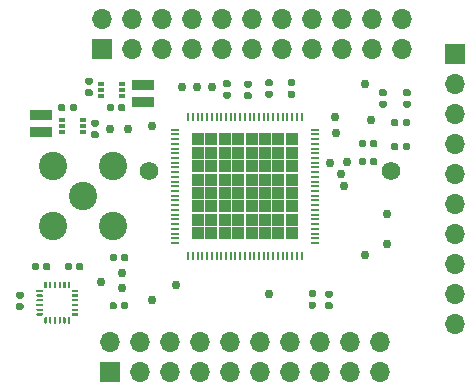
<source format=gts>
G04 #@! TF.GenerationSoftware,KiCad,Pcbnew,(5.1.6)-1*
G04 #@! TF.CreationDate,2021-11-23T16:38:20-08:00*
G04 #@! TF.ProjectId,scum3c-devboard,7363756d-3363-42d6-9465-76626f617264,rev?*
G04 #@! TF.SameCoordinates,Original*
G04 #@! TF.FileFunction,Soldermask,Top*
G04 #@! TF.FilePolarity,Negative*
%FSLAX46Y46*%
G04 Gerber Fmt 4.6, Leading zero omitted, Abs format (unit mm)*
G04 Created by KiCad (PCBNEW (5.1.6)-1) date 2021-11-23 16:38:20*
%MOMM*%
%LPD*%
G01*
G04 APERTURE LIST*
%ADD10O,1.700000X1.700000*%
%ADD11R,1.700000X1.700000*%
%ADD12R,1.900000X0.850000*%
%ADD13C,2.400000*%
%ADD14C,1.574800*%
%ADD15R,0.500000X0.300000*%
%ADD16C,0.762000*%
%ADD17C,0.568750*%
%ADD18R,1.137500X1.137500*%
%ADD19O,0.200000X0.800000*%
%ADD20O,0.800000X0.200000*%
G04 APERTURE END LIST*
D10*
G04 #@! TO.C,J3*
X114300000Y-80264000D03*
X114300000Y-77724000D03*
X114300000Y-75184000D03*
X114300000Y-72644000D03*
X114300000Y-70104000D03*
X114300000Y-67564000D03*
X114300000Y-65024000D03*
X114300000Y-62484000D03*
X114300000Y-59944000D03*
D11*
X114300000Y-57404000D03*
G04 #@! TD*
G04 #@! TO.C,C_1.8_OUT1*
G36*
G01*
X81321000Y-61803500D02*
X81321000Y-62148500D01*
G75*
G02*
X81173500Y-62296000I-147500J0D01*
G01*
X80878500Y-62296000D01*
G75*
G02*
X80731000Y-62148500I0J147500D01*
G01*
X80731000Y-61803500D01*
G75*
G02*
X80878500Y-61656000I147500J0D01*
G01*
X81173500Y-61656000D01*
G75*
G02*
X81321000Y-61803500I0J-147500D01*
G01*
G37*
G36*
G01*
X82291000Y-61803500D02*
X82291000Y-62148500D01*
G75*
G02*
X82143500Y-62296000I-147500J0D01*
G01*
X81848500Y-62296000D01*
G75*
G02*
X81701000Y-62148500I0J147500D01*
G01*
X81701000Y-61803500D01*
G75*
G02*
X81848500Y-61656000I147500J0D01*
G01*
X82143500Y-61656000D01*
G75*
G02*
X82291000Y-61803500I0J-147500D01*
G01*
G37*
G04 #@! TD*
D12*
G04 #@! TO.C,L2*
X87884000Y-60018000D03*
X87884000Y-61468000D03*
G04 #@! TD*
G04 #@! TO.C,L1*
X79248000Y-64008000D03*
X79248000Y-62558000D03*
G04 #@! TD*
G04 #@! TO.C,C_1.1_OUT1*
G36*
G01*
X85811000Y-62148500D02*
X85811000Y-61803500D01*
G75*
G02*
X85958500Y-61656000I147500J0D01*
G01*
X86253500Y-61656000D01*
G75*
G02*
X86401000Y-61803500I0J-147500D01*
G01*
X86401000Y-62148500D01*
G75*
G02*
X86253500Y-62296000I-147500J0D01*
G01*
X85958500Y-62296000D01*
G75*
G02*
X85811000Y-62148500I0J147500D01*
G01*
G37*
G36*
G01*
X84841000Y-62148500D02*
X84841000Y-61803500D01*
G75*
G02*
X84988500Y-61656000I147500J0D01*
G01*
X85283500Y-61656000D01*
G75*
G02*
X85431000Y-61803500I0J-147500D01*
G01*
X85431000Y-62148500D01*
G75*
G02*
X85283500Y-62296000I-147500J0D01*
G01*
X84988500Y-62296000D01*
G75*
G02*
X84841000Y-62148500I0J147500D01*
G01*
G37*
G04 #@! TD*
D13*
G04 #@! TO.C,J4*
X82804000Y-69469000D03*
X80264000Y-66929000D03*
X85344000Y-66929000D03*
X80264000Y-72009000D03*
X85344000Y-72009000D03*
G04 #@! TD*
D14*
G04 #@! TO.C,B1*
X108889800Y-67310000D03*
X88392000Y-67310000D03*
G04 #@! TD*
D11*
G04 #@! TO.C,J1*
X84455000Y-57023000D03*
D10*
X84455000Y-54483000D03*
X86995000Y-57023000D03*
X86995000Y-54483000D03*
X89535000Y-57023000D03*
X89535000Y-54483000D03*
X92075000Y-57023000D03*
X92075000Y-54483000D03*
X94615000Y-57023000D03*
X94615000Y-54483000D03*
X97155000Y-57023000D03*
X97155000Y-54483000D03*
X99695000Y-57023000D03*
X99695000Y-54483000D03*
X102235000Y-57023000D03*
X102235000Y-54483000D03*
X104775000Y-57023000D03*
X104775000Y-54483000D03*
X107315000Y-57023000D03*
X107315000Y-54483000D03*
X109855000Y-57023000D03*
X109855000Y-54483000D03*
G04 #@! TD*
G04 #@! TO.C,R4*
G36*
G01*
X96601500Y-60665000D02*
X96946500Y-60665000D01*
G75*
G02*
X97094000Y-60812500I0J-147500D01*
G01*
X97094000Y-61107500D01*
G75*
G02*
X96946500Y-61255000I-147500J0D01*
G01*
X96601500Y-61255000D01*
G75*
G02*
X96454000Y-61107500I0J147500D01*
G01*
X96454000Y-60812500D01*
G75*
G02*
X96601500Y-60665000I147500J0D01*
G01*
G37*
G36*
G01*
X96601500Y-59695000D02*
X96946500Y-59695000D01*
G75*
G02*
X97094000Y-59842500I0J-147500D01*
G01*
X97094000Y-60137500D01*
G75*
G02*
X96946500Y-60285000I-147500J0D01*
G01*
X96601500Y-60285000D01*
G75*
G02*
X96454000Y-60137500I0J147500D01*
G01*
X96454000Y-59842500D01*
G75*
G02*
X96601500Y-59695000I147500J0D01*
G01*
G37*
G04 #@! TD*
D15*
G04 #@! TO.C,U3*
X84306000Y-60960000D03*
X84306000Y-60460000D03*
X84306000Y-59960000D03*
X86106000Y-59960000D03*
X86106000Y-60460000D03*
X86106000Y-60960000D03*
G04 #@! TD*
G04 #@! TO.C,U2*
X82804000Y-63008000D03*
X82804000Y-63508000D03*
X82804000Y-64008000D03*
X81004000Y-64008000D03*
X81004000Y-63508000D03*
X81004000Y-63008000D03*
G04 #@! TD*
G04 #@! TO.C,R3*
G36*
G01*
X109895000Y-65450500D02*
X109895000Y-65105500D01*
G75*
G02*
X110042500Y-64958000I147500J0D01*
G01*
X110337500Y-64958000D01*
G75*
G02*
X110485000Y-65105500I0J-147500D01*
G01*
X110485000Y-65450500D01*
G75*
G02*
X110337500Y-65598000I-147500J0D01*
G01*
X110042500Y-65598000D01*
G75*
G02*
X109895000Y-65450500I0J147500D01*
G01*
G37*
G36*
G01*
X108925000Y-65450500D02*
X108925000Y-65105500D01*
G75*
G02*
X109072500Y-64958000I147500J0D01*
G01*
X109367500Y-64958000D01*
G75*
G02*
X109515000Y-65105500I0J-147500D01*
G01*
X109515000Y-65450500D01*
G75*
G02*
X109367500Y-65598000I-147500J0D01*
G01*
X109072500Y-65598000D01*
G75*
G02*
X108925000Y-65450500I0J147500D01*
G01*
G37*
G04 #@! TD*
G04 #@! TO.C,R2*
G36*
G01*
X109515000Y-63073500D02*
X109515000Y-63418500D01*
G75*
G02*
X109367500Y-63566000I-147500J0D01*
G01*
X109072500Y-63566000D01*
G75*
G02*
X108925000Y-63418500I0J147500D01*
G01*
X108925000Y-63073500D01*
G75*
G02*
X109072500Y-62926000I147500J0D01*
G01*
X109367500Y-62926000D01*
G75*
G02*
X109515000Y-63073500I0J-147500D01*
G01*
G37*
G36*
G01*
X110485000Y-63073500D02*
X110485000Y-63418500D01*
G75*
G02*
X110337500Y-63566000I-147500J0D01*
G01*
X110042500Y-63566000D01*
G75*
G02*
X109895000Y-63418500I0J147500D01*
G01*
X109895000Y-63073500D01*
G75*
G02*
X110042500Y-62926000I147500J0D01*
G01*
X110337500Y-62926000D01*
G75*
G02*
X110485000Y-63073500I0J-147500D01*
G01*
G37*
G04 #@! TD*
G04 #@! TO.C,C_1.1_IN1*
G36*
G01*
X83484500Y-60031000D02*
X83139500Y-60031000D01*
G75*
G02*
X82992000Y-59883500I0J147500D01*
G01*
X82992000Y-59588500D01*
G75*
G02*
X83139500Y-59441000I147500J0D01*
G01*
X83484500Y-59441000D01*
G75*
G02*
X83632000Y-59588500I0J-147500D01*
G01*
X83632000Y-59883500D01*
G75*
G02*
X83484500Y-60031000I-147500J0D01*
G01*
G37*
G36*
G01*
X83484500Y-61001000D02*
X83139500Y-61001000D01*
G75*
G02*
X82992000Y-60853500I0J147500D01*
G01*
X82992000Y-60558500D01*
G75*
G02*
X83139500Y-60411000I147500J0D01*
G01*
X83484500Y-60411000D01*
G75*
G02*
X83632000Y-60558500I0J-147500D01*
G01*
X83632000Y-60853500D01*
G75*
G02*
X83484500Y-61001000I-147500J0D01*
G01*
G37*
G04 #@! TD*
G04 #@! TO.C,C_1.8_IN1*
G36*
G01*
X83647500Y-63967000D02*
X83992500Y-63967000D01*
G75*
G02*
X84140000Y-64114500I0J-147500D01*
G01*
X84140000Y-64409500D01*
G75*
G02*
X83992500Y-64557000I-147500J0D01*
G01*
X83647500Y-64557000D01*
G75*
G02*
X83500000Y-64409500I0J147500D01*
G01*
X83500000Y-64114500D01*
G75*
G02*
X83647500Y-63967000I147500J0D01*
G01*
G37*
G36*
G01*
X83647500Y-62997000D02*
X83992500Y-62997000D01*
G75*
G02*
X84140000Y-63144500I0J-147500D01*
G01*
X84140000Y-63439500D01*
G75*
G02*
X83992500Y-63587000I-147500J0D01*
G01*
X83647500Y-63587000D01*
G75*
G02*
X83500000Y-63439500I0J147500D01*
G01*
X83500000Y-63144500D01*
G75*
G02*
X83647500Y-62997000I147500J0D01*
G01*
G37*
G04 #@! TD*
D16*
G04 #@! TO.C,J21*
X108585000Y-70993000D03*
G04 #@! TD*
G04 #@! TO.C,J20*
X104140000Y-62738000D03*
G04 #@! TD*
G04 #@! TO.C,J19*
X93726000Y-60198000D03*
G04 #@! TD*
G04 #@! TO.C,J18*
X92456000Y-60198000D03*
G04 #@! TD*
G04 #@! TO.C,J14*
X91186000Y-60198000D03*
G04 #@! TD*
G04 #@! TO.C,J12*
X86106000Y-77216000D03*
G04 #@! TD*
G04 #@! TO.C,J17*
X108585000Y-73533000D03*
G04 #@! TD*
G04 #@! TO.C,J16*
X105156000Y-66548000D03*
G04 #@! TD*
G04 #@! TO.C,J15*
X103759000Y-66675000D03*
G04 #@! TD*
G04 #@! TO.C,J13*
X88646000Y-78232000D03*
G04 #@! TD*
G04 #@! TO.C,J11*
X86106000Y-75946000D03*
G04 #@! TD*
G04 #@! TO.C,J10*
X104648000Y-67564000D03*
G04 #@! TD*
G04 #@! TO.C,J9*
X104902000Y-68580000D03*
G04 #@! TD*
G04 #@! TO.C,J8*
X85090000Y-63754000D03*
G04 #@! TD*
G04 #@! TO.C,J7*
X86614000Y-63754000D03*
G04 #@! TD*
G04 #@! TO.C,J6*
X88646000Y-63500000D03*
G04 #@! TD*
G04 #@! TO.C,J5*
X104267000Y-64135000D03*
G04 #@! TD*
G04 #@! TO.C,GND6*
X106680000Y-59944000D03*
G04 #@! TD*
G04 #@! TO.C,GND5*
X106680000Y-74422000D03*
G04 #@! TD*
G04 #@! TO.C,GND4*
X107188000Y-62992000D03*
G04 #@! TD*
G04 #@! TO.C,GND3*
X90678000Y-76962000D03*
G04 #@! TD*
G04 #@! TO.C,GND2*
X84328000Y-76708000D03*
G04 #@! TD*
G04 #@! TO.C,GND1*
X98552000Y-77724000D03*
G04 #@! TD*
G04 #@! TO.C,R1*
G36*
G01*
X107147000Y-65196500D02*
X107147000Y-64851500D01*
G75*
G02*
X107294500Y-64704000I147500J0D01*
G01*
X107589500Y-64704000D01*
G75*
G02*
X107737000Y-64851500I0J-147500D01*
G01*
X107737000Y-65196500D01*
G75*
G02*
X107589500Y-65344000I-147500J0D01*
G01*
X107294500Y-65344000D01*
G75*
G02*
X107147000Y-65196500I0J147500D01*
G01*
G37*
G36*
G01*
X106177000Y-65196500D02*
X106177000Y-64851500D01*
G75*
G02*
X106324500Y-64704000I147500J0D01*
G01*
X106619500Y-64704000D01*
G75*
G02*
X106767000Y-64851500I0J-147500D01*
G01*
X106767000Y-65196500D01*
G75*
G02*
X106619500Y-65344000I-147500J0D01*
G01*
X106324500Y-65344000D01*
G75*
G02*
X106177000Y-65196500I0J147500D01*
G01*
G37*
G04 #@! TD*
G04 #@! TO.C,C13*
G36*
G01*
X100629500Y-60158000D02*
X100284500Y-60158000D01*
G75*
G02*
X100137000Y-60010500I0J147500D01*
G01*
X100137000Y-59715500D01*
G75*
G02*
X100284500Y-59568000I147500J0D01*
G01*
X100629500Y-59568000D01*
G75*
G02*
X100777000Y-59715500I0J-147500D01*
G01*
X100777000Y-60010500D01*
G75*
G02*
X100629500Y-60158000I-147500J0D01*
G01*
G37*
G36*
G01*
X100629500Y-61128000D02*
X100284500Y-61128000D01*
G75*
G02*
X100137000Y-60980500I0J147500D01*
G01*
X100137000Y-60685500D01*
G75*
G02*
X100284500Y-60538000I147500J0D01*
G01*
X100629500Y-60538000D01*
G75*
G02*
X100777000Y-60685500I0J-147500D01*
G01*
X100777000Y-60980500D01*
G75*
G02*
X100629500Y-61128000I-147500J0D01*
G01*
G37*
G04 #@! TD*
G04 #@! TO.C,C12*
G36*
G01*
X98724500Y-60158000D02*
X98379500Y-60158000D01*
G75*
G02*
X98232000Y-60010500I0J147500D01*
G01*
X98232000Y-59715500D01*
G75*
G02*
X98379500Y-59568000I147500J0D01*
G01*
X98724500Y-59568000D01*
G75*
G02*
X98872000Y-59715500I0J-147500D01*
G01*
X98872000Y-60010500D01*
G75*
G02*
X98724500Y-60158000I-147500J0D01*
G01*
G37*
G36*
G01*
X98724500Y-61128000D02*
X98379500Y-61128000D01*
G75*
G02*
X98232000Y-60980500I0J147500D01*
G01*
X98232000Y-60685500D01*
G75*
G02*
X98379500Y-60538000I147500J0D01*
G01*
X98724500Y-60538000D01*
G75*
G02*
X98872000Y-60685500I0J-147500D01*
G01*
X98872000Y-60980500D01*
G75*
G02*
X98724500Y-61128000I-147500J0D01*
G01*
G37*
G04 #@! TD*
G04 #@! TO.C,C11*
G36*
G01*
X106767000Y-66375500D02*
X106767000Y-66720500D01*
G75*
G02*
X106619500Y-66868000I-147500J0D01*
G01*
X106324500Y-66868000D01*
G75*
G02*
X106177000Y-66720500I0J147500D01*
G01*
X106177000Y-66375500D01*
G75*
G02*
X106324500Y-66228000I147500J0D01*
G01*
X106619500Y-66228000D01*
G75*
G02*
X106767000Y-66375500I0J-147500D01*
G01*
G37*
G36*
G01*
X107737000Y-66375500D02*
X107737000Y-66720500D01*
G75*
G02*
X107589500Y-66868000I-147500J0D01*
G01*
X107294500Y-66868000D01*
G75*
G02*
X107147000Y-66720500I0J147500D01*
G01*
X107147000Y-66375500D01*
G75*
G02*
X107294500Y-66228000I147500J0D01*
G01*
X107589500Y-66228000D01*
G75*
G02*
X107737000Y-66375500I0J-147500D01*
G01*
G37*
G04 #@! TD*
G04 #@! TO.C,C10*
G36*
G01*
X95168500Y-60239000D02*
X94823500Y-60239000D01*
G75*
G02*
X94676000Y-60091500I0J147500D01*
G01*
X94676000Y-59796500D01*
G75*
G02*
X94823500Y-59649000I147500J0D01*
G01*
X95168500Y-59649000D01*
G75*
G02*
X95316000Y-59796500I0J-147500D01*
G01*
X95316000Y-60091500D01*
G75*
G02*
X95168500Y-60239000I-147500J0D01*
G01*
G37*
G36*
G01*
X95168500Y-61209000D02*
X94823500Y-61209000D01*
G75*
G02*
X94676000Y-61061500I0J147500D01*
G01*
X94676000Y-60766500D01*
G75*
G02*
X94823500Y-60619000I147500J0D01*
G01*
X95168500Y-60619000D01*
G75*
G02*
X95316000Y-60766500I0J-147500D01*
G01*
X95316000Y-61061500D01*
G75*
G02*
X95168500Y-61209000I-147500J0D01*
G01*
G37*
G04 #@! TD*
G04 #@! TO.C,C9*
G36*
G01*
X103459500Y-78445000D02*
X103804500Y-78445000D01*
G75*
G02*
X103952000Y-78592500I0J-147500D01*
G01*
X103952000Y-78887500D01*
G75*
G02*
X103804500Y-79035000I-147500J0D01*
G01*
X103459500Y-79035000D01*
G75*
G02*
X103312000Y-78887500I0J147500D01*
G01*
X103312000Y-78592500D01*
G75*
G02*
X103459500Y-78445000I147500J0D01*
G01*
G37*
G36*
G01*
X103459500Y-77475000D02*
X103804500Y-77475000D01*
G75*
G02*
X103952000Y-77622500I0J-147500D01*
G01*
X103952000Y-77917500D01*
G75*
G02*
X103804500Y-78065000I-147500J0D01*
G01*
X103459500Y-78065000D01*
G75*
G02*
X103312000Y-77917500I0J147500D01*
G01*
X103312000Y-77622500D01*
G75*
G02*
X103459500Y-77475000I147500J0D01*
G01*
G37*
G04 #@! TD*
G04 #@! TO.C,C8*
G36*
G01*
X102062500Y-78399000D02*
X102407500Y-78399000D01*
G75*
G02*
X102555000Y-78546500I0J-147500D01*
G01*
X102555000Y-78841500D01*
G75*
G02*
X102407500Y-78989000I-147500J0D01*
G01*
X102062500Y-78989000D01*
G75*
G02*
X101915000Y-78841500I0J147500D01*
G01*
X101915000Y-78546500D01*
G75*
G02*
X102062500Y-78399000I147500J0D01*
G01*
G37*
G36*
G01*
X102062500Y-77429000D02*
X102407500Y-77429000D01*
G75*
G02*
X102555000Y-77576500I0J-147500D01*
G01*
X102555000Y-77871500D01*
G75*
G02*
X102407500Y-78019000I-147500J0D01*
G01*
X102062500Y-78019000D01*
G75*
G02*
X101915000Y-77871500I0J147500D01*
G01*
X101915000Y-77576500D01*
G75*
G02*
X102062500Y-77429000I147500J0D01*
G01*
G37*
G04 #@! TD*
G04 #@! TO.C,C7*
G36*
G01*
X108031500Y-61381000D02*
X108376500Y-61381000D01*
G75*
G02*
X108524000Y-61528500I0J-147500D01*
G01*
X108524000Y-61823500D01*
G75*
G02*
X108376500Y-61971000I-147500J0D01*
G01*
X108031500Y-61971000D01*
G75*
G02*
X107884000Y-61823500I0J147500D01*
G01*
X107884000Y-61528500D01*
G75*
G02*
X108031500Y-61381000I147500J0D01*
G01*
G37*
G36*
G01*
X108031500Y-60411000D02*
X108376500Y-60411000D01*
G75*
G02*
X108524000Y-60558500I0J-147500D01*
G01*
X108524000Y-60853500D01*
G75*
G02*
X108376500Y-61001000I-147500J0D01*
G01*
X108031500Y-61001000D01*
G75*
G02*
X107884000Y-60853500I0J147500D01*
G01*
X107884000Y-60558500D01*
G75*
G02*
X108031500Y-60411000I147500J0D01*
G01*
G37*
G04 #@! TD*
G04 #@! TO.C,C6*
G36*
G01*
X110063500Y-61381000D02*
X110408500Y-61381000D01*
G75*
G02*
X110556000Y-61528500I0J-147500D01*
G01*
X110556000Y-61823500D01*
G75*
G02*
X110408500Y-61971000I-147500J0D01*
G01*
X110063500Y-61971000D01*
G75*
G02*
X109916000Y-61823500I0J147500D01*
G01*
X109916000Y-61528500D01*
G75*
G02*
X110063500Y-61381000I147500J0D01*
G01*
G37*
G36*
G01*
X110063500Y-60411000D02*
X110408500Y-60411000D01*
G75*
G02*
X110556000Y-60558500I0J-147500D01*
G01*
X110556000Y-60853500D01*
G75*
G02*
X110408500Y-61001000I-147500J0D01*
G01*
X110063500Y-61001000D01*
G75*
G02*
X109916000Y-60853500I0J147500D01*
G01*
X109916000Y-60558500D01*
G75*
G02*
X110063500Y-60411000I147500J0D01*
G01*
G37*
G04 #@! TD*
G04 #@! TO.C,C5*
G36*
G01*
X85685000Y-74503500D02*
X85685000Y-74848500D01*
G75*
G02*
X85537500Y-74996000I-147500J0D01*
G01*
X85242500Y-74996000D01*
G75*
G02*
X85095000Y-74848500I0J147500D01*
G01*
X85095000Y-74503500D01*
G75*
G02*
X85242500Y-74356000I147500J0D01*
G01*
X85537500Y-74356000D01*
G75*
G02*
X85685000Y-74503500I0J-147500D01*
G01*
G37*
G36*
G01*
X86655000Y-74503500D02*
X86655000Y-74848500D01*
G75*
G02*
X86507500Y-74996000I-147500J0D01*
G01*
X86212500Y-74996000D01*
G75*
G02*
X86065000Y-74848500I0J147500D01*
G01*
X86065000Y-74503500D01*
G75*
G02*
X86212500Y-74356000I147500J0D01*
G01*
X86507500Y-74356000D01*
G75*
G02*
X86655000Y-74503500I0J-147500D01*
G01*
G37*
G04 #@! TD*
G04 #@! TO.C,C4*
G36*
G01*
X85662000Y-78567500D02*
X85662000Y-78912500D01*
G75*
G02*
X85514500Y-79060000I-147500J0D01*
G01*
X85219500Y-79060000D01*
G75*
G02*
X85072000Y-78912500I0J147500D01*
G01*
X85072000Y-78567500D01*
G75*
G02*
X85219500Y-78420000I147500J0D01*
G01*
X85514500Y-78420000D01*
G75*
G02*
X85662000Y-78567500I0J-147500D01*
G01*
G37*
G36*
G01*
X86632000Y-78567500D02*
X86632000Y-78912500D01*
G75*
G02*
X86484500Y-79060000I-147500J0D01*
G01*
X86189500Y-79060000D01*
G75*
G02*
X86042000Y-78912500I0J147500D01*
G01*
X86042000Y-78567500D01*
G75*
G02*
X86189500Y-78420000I147500J0D01*
G01*
X86484500Y-78420000D01*
G75*
G02*
X86632000Y-78567500I0J-147500D01*
G01*
G37*
G04 #@! TD*
D10*
G04 #@! TO.C,J2*
X107950000Y-81788000D03*
X107950000Y-84328000D03*
X105410000Y-81788000D03*
X105410000Y-84328000D03*
X102870000Y-81788000D03*
X102870000Y-84328000D03*
X100330000Y-81788000D03*
X100330000Y-84328000D03*
X97790000Y-81788000D03*
X97790000Y-84328000D03*
X95250000Y-81788000D03*
X95250000Y-84328000D03*
X92710000Y-81788000D03*
X92710000Y-84328000D03*
X90170000Y-81788000D03*
X90170000Y-84328000D03*
X87630000Y-81788000D03*
X87630000Y-84328000D03*
X85090000Y-81788000D03*
D11*
X85090000Y-84328000D03*
G04 #@! TD*
D17*
G04 #@! TO.C,U1*
X100501250Y-72619250D03*
X100501250Y-71481750D03*
X100501250Y-70344250D03*
X100501250Y-69206750D03*
X100501250Y-68069250D03*
X100501250Y-66931750D03*
X100501250Y-65794250D03*
X100501250Y-64656750D03*
X99363750Y-72619250D03*
X99363750Y-71481750D03*
X99363750Y-70344250D03*
X99363750Y-69206750D03*
X99363750Y-68069250D03*
X99363750Y-66931750D03*
X99363750Y-65794250D03*
X99363750Y-64656750D03*
X98226250Y-72619250D03*
X98226250Y-71481750D03*
X98226250Y-70344250D03*
X98226250Y-69206750D03*
X98226250Y-68069250D03*
X98226250Y-66931750D03*
X98226250Y-65794250D03*
X98226250Y-64656750D03*
X97088750Y-72619250D03*
X97088750Y-71481750D03*
X97088750Y-70344250D03*
X97088750Y-69206750D03*
X97088750Y-68069250D03*
X97088750Y-66931750D03*
X97088750Y-65794250D03*
X97088750Y-64656750D03*
X95951250Y-72619250D03*
X95951250Y-71481750D03*
X95951250Y-70344250D03*
X95951250Y-69206750D03*
X95951250Y-68069250D03*
X95951250Y-66931750D03*
X95951250Y-65794250D03*
X95951250Y-64656750D03*
X94813750Y-72619250D03*
X94813750Y-71481750D03*
X94813750Y-70344250D03*
X94813750Y-69206750D03*
X94813750Y-68069250D03*
X94813750Y-66931750D03*
X94813750Y-65794250D03*
X94813750Y-64656750D03*
X93676250Y-72619250D03*
X93676250Y-71481750D03*
X93676250Y-70344250D03*
X93676250Y-69206750D03*
X93676250Y-68069250D03*
X93676250Y-66931750D03*
X93676250Y-65794250D03*
X93676250Y-64656750D03*
X92538750Y-72619250D03*
X92538750Y-71481750D03*
X92538750Y-70344250D03*
X92538750Y-69206750D03*
X92538750Y-68069250D03*
X92538750Y-66931750D03*
X92538750Y-65794250D03*
X92538750Y-64656750D03*
D18*
X100501250Y-72619250D03*
X100501250Y-71481750D03*
X100501250Y-70344250D03*
X100501250Y-69206750D03*
X100501250Y-68069250D03*
X100501250Y-66931750D03*
X100501250Y-65794250D03*
X100501250Y-64656750D03*
X99363750Y-72619250D03*
X99363750Y-71481750D03*
X99363750Y-70344250D03*
X99363750Y-69206750D03*
X99363750Y-68069250D03*
X99363750Y-66931750D03*
X99363750Y-65794250D03*
X99363750Y-64656750D03*
X98226250Y-72619250D03*
X98226250Y-71481750D03*
X98226250Y-70344250D03*
X98226250Y-69206750D03*
X98226250Y-68069250D03*
X98226250Y-66931750D03*
X98226250Y-65794250D03*
X98226250Y-64656750D03*
X97088750Y-72619250D03*
X97088750Y-71481750D03*
X97088750Y-70344250D03*
X97088750Y-69206750D03*
X97088750Y-68069250D03*
X97088750Y-66931750D03*
X97088750Y-65794250D03*
X97088750Y-64656750D03*
X95951250Y-72619250D03*
X95951250Y-71481750D03*
X95951250Y-70344250D03*
X95951250Y-69206750D03*
X95951250Y-68069250D03*
X95951250Y-66931750D03*
X95951250Y-65794250D03*
X95951250Y-64656750D03*
X94813750Y-72619250D03*
X94813750Y-71481750D03*
X94813750Y-70344250D03*
X94813750Y-69206750D03*
X94813750Y-68069250D03*
X94813750Y-66931750D03*
X94813750Y-65794250D03*
X94813750Y-64656750D03*
X93676250Y-72619250D03*
X93676250Y-71481750D03*
X93676250Y-70344250D03*
X93676250Y-69206750D03*
X93676250Y-68069250D03*
X93676250Y-66931750D03*
X93676250Y-65794250D03*
X93676250Y-64656750D03*
X92538750Y-72619250D03*
X92538750Y-71481750D03*
X92538750Y-70344250D03*
X92538750Y-69206750D03*
X92538750Y-68069250D03*
X92538750Y-66931750D03*
X92538750Y-65794250D03*
X92538750Y-64656750D03*
D19*
X91720000Y-62738000D03*
X92120000Y-62738000D03*
X92520000Y-62738000D03*
X92920000Y-62738000D03*
X93320000Y-62738000D03*
X93720000Y-62738000D03*
X94120000Y-62738000D03*
X94520000Y-62738000D03*
X94920000Y-62738000D03*
X95320000Y-62738000D03*
X95720000Y-62738000D03*
X96120000Y-62738000D03*
X96520000Y-62738000D03*
X96920000Y-62738000D03*
X97320000Y-62738000D03*
X97720000Y-62738000D03*
X98120000Y-62738000D03*
X98520000Y-62738000D03*
X98920000Y-62738000D03*
X99320000Y-62738000D03*
X99720000Y-62738000D03*
X100120000Y-62738000D03*
X100520000Y-62738000D03*
X100920000Y-62738000D03*
X101320000Y-62738000D03*
D20*
X102420000Y-63838000D03*
X102420000Y-64238000D03*
X102420000Y-64638000D03*
X102420000Y-65038000D03*
X102420000Y-65438000D03*
X102420000Y-65838000D03*
X102420000Y-66238000D03*
X102420000Y-66638000D03*
X102420000Y-67038000D03*
X102420000Y-67438000D03*
X102420000Y-67838000D03*
X102420000Y-68238000D03*
X102420000Y-68638000D03*
X102420000Y-69038000D03*
X102420000Y-69438000D03*
X102420000Y-69838000D03*
X102420000Y-70238000D03*
X102420000Y-70638000D03*
X102420000Y-71038000D03*
X102420000Y-71438000D03*
X102420000Y-71838000D03*
X102420000Y-72238000D03*
X102420000Y-72638000D03*
X102420000Y-73038000D03*
X102420000Y-73438000D03*
D19*
X101320000Y-74538000D03*
X100920000Y-74538000D03*
X100520000Y-74538000D03*
X100120000Y-74538000D03*
X99720000Y-74538000D03*
X99320000Y-74538000D03*
X98920000Y-74538000D03*
X98520000Y-74538000D03*
X98120000Y-74538000D03*
X97720000Y-74538000D03*
X97320000Y-74538000D03*
X96920000Y-74538000D03*
X96520000Y-74538000D03*
X96120000Y-74538000D03*
X95720000Y-74538000D03*
X95320000Y-74538000D03*
X94920000Y-74538000D03*
X94520000Y-74538000D03*
X94120000Y-74538000D03*
X93720000Y-74538000D03*
X93320000Y-74538000D03*
X92920000Y-74538000D03*
X92520000Y-74538000D03*
X92120000Y-74538000D03*
X91720000Y-74538000D03*
D20*
X90620000Y-73438000D03*
X90620000Y-73038000D03*
X90620000Y-72638000D03*
X90620000Y-72238000D03*
X90620000Y-71838000D03*
X90620000Y-71438000D03*
X90620000Y-71038000D03*
X90620000Y-70638000D03*
X90620000Y-70238000D03*
X90620000Y-69838000D03*
X90620000Y-69438000D03*
X90620000Y-69038000D03*
X90620000Y-68638000D03*
X90620000Y-68238000D03*
X90620000Y-67838000D03*
X90620000Y-67438000D03*
X90620000Y-67038000D03*
X90620000Y-66638000D03*
X90620000Y-66238000D03*
X90620000Y-65838000D03*
X90620000Y-65438000D03*
X90620000Y-65038000D03*
X90620000Y-64638000D03*
X90620000Y-64238000D03*
X90620000Y-63838000D03*
G04 #@! TD*
G04 #@! TO.C,C3*
G36*
G01*
X80051000Y-75265500D02*
X80051000Y-75610500D01*
G75*
G02*
X79903500Y-75758000I-147500J0D01*
G01*
X79608500Y-75758000D01*
G75*
G02*
X79461000Y-75610500I0J147500D01*
G01*
X79461000Y-75265500D01*
G75*
G02*
X79608500Y-75118000I147500J0D01*
G01*
X79903500Y-75118000D01*
G75*
G02*
X80051000Y-75265500I0J-147500D01*
G01*
G37*
G36*
G01*
X79081000Y-75265500D02*
X79081000Y-75610500D01*
G75*
G02*
X78933500Y-75758000I-147500J0D01*
G01*
X78638500Y-75758000D01*
G75*
G02*
X78491000Y-75610500I0J147500D01*
G01*
X78491000Y-75265500D01*
G75*
G02*
X78638500Y-75118000I147500J0D01*
G01*
X78933500Y-75118000D01*
G75*
G02*
X79081000Y-75265500I0J-147500D01*
G01*
G37*
G04 #@! TD*
G04 #@! TO.C,C2*
G36*
G01*
X77297500Y-77556000D02*
X77642500Y-77556000D01*
G75*
G02*
X77790000Y-77703500I0J-147500D01*
G01*
X77790000Y-77998500D01*
G75*
G02*
X77642500Y-78146000I-147500J0D01*
G01*
X77297500Y-78146000D01*
G75*
G02*
X77150000Y-77998500I0J147500D01*
G01*
X77150000Y-77703500D01*
G75*
G02*
X77297500Y-77556000I147500J0D01*
G01*
G37*
G36*
G01*
X77297500Y-78526000D02*
X77642500Y-78526000D01*
G75*
G02*
X77790000Y-78673500I0J-147500D01*
G01*
X77790000Y-78968500D01*
G75*
G02*
X77642500Y-79116000I-147500J0D01*
G01*
X77297500Y-79116000D01*
G75*
G02*
X77150000Y-78968500I0J147500D01*
G01*
X77150000Y-78673500D01*
G75*
G02*
X77297500Y-78526000I147500J0D01*
G01*
G37*
G04 #@! TD*
G04 #@! TO.C,C1*
G36*
G01*
X81285000Y-75610500D02*
X81285000Y-75265500D01*
G75*
G02*
X81432500Y-75118000I147500J0D01*
G01*
X81727500Y-75118000D01*
G75*
G02*
X81875000Y-75265500I0J-147500D01*
G01*
X81875000Y-75610500D01*
G75*
G02*
X81727500Y-75758000I-147500J0D01*
G01*
X81432500Y-75758000D01*
G75*
G02*
X81285000Y-75610500I0J147500D01*
G01*
G37*
G36*
G01*
X82255000Y-75610500D02*
X82255000Y-75265500D01*
G75*
G02*
X82402500Y-75118000I147500J0D01*
G01*
X82697500Y-75118000D01*
G75*
G02*
X82845000Y-75265500I0J-147500D01*
G01*
X82845000Y-75610500D01*
G75*
G02*
X82697500Y-75758000I-147500J0D01*
G01*
X82402500Y-75758000D01*
G75*
G02*
X82255000Y-75610500I0J147500D01*
G01*
G37*
G04 #@! TD*
G04 #@! TO.C,U9AB1*
G36*
G01*
X82420000Y-79436000D02*
X82420000Y-79536000D01*
G75*
G02*
X82370000Y-79586000I-50000J0D01*
G01*
X81920000Y-79586000D01*
G75*
G02*
X81870000Y-79536000I0J50000D01*
G01*
X81870000Y-79436000D01*
G75*
G02*
X81920000Y-79386000I50000J0D01*
G01*
X82370000Y-79386000D01*
G75*
G02*
X82420000Y-79436000I0J-50000D01*
G01*
G37*
G36*
G01*
X82420000Y-79036000D02*
X82420000Y-79136000D01*
G75*
G02*
X82370000Y-79186000I-50000J0D01*
G01*
X81920000Y-79186000D01*
G75*
G02*
X81870000Y-79136000I0J50000D01*
G01*
X81870000Y-79036000D01*
G75*
G02*
X81920000Y-78986000I50000J0D01*
G01*
X82370000Y-78986000D01*
G75*
G02*
X82420000Y-79036000I0J-50000D01*
G01*
G37*
G36*
G01*
X82420000Y-78636000D02*
X82420000Y-78736000D01*
G75*
G02*
X82370000Y-78786000I-50000J0D01*
G01*
X81920000Y-78786000D01*
G75*
G02*
X81870000Y-78736000I0J50000D01*
G01*
X81870000Y-78636000D01*
G75*
G02*
X81920000Y-78586000I50000J0D01*
G01*
X82370000Y-78586000D01*
G75*
G02*
X82420000Y-78636000I0J-50000D01*
G01*
G37*
G36*
G01*
X82420000Y-78236000D02*
X82420000Y-78336000D01*
G75*
G02*
X82370000Y-78386000I-50000J0D01*
G01*
X81920000Y-78386000D01*
G75*
G02*
X81870000Y-78336000I0J50000D01*
G01*
X81870000Y-78236000D01*
G75*
G02*
X81920000Y-78186000I50000J0D01*
G01*
X82370000Y-78186000D01*
G75*
G02*
X82420000Y-78236000I0J-50000D01*
G01*
G37*
G36*
G01*
X82420000Y-77836000D02*
X82420000Y-77936000D01*
G75*
G02*
X82370000Y-77986000I-50000J0D01*
G01*
X81920000Y-77986000D01*
G75*
G02*
X81870000Y-77936000I0J50000D01*
G01*
X81870000Y-77836000D01*
G75*
G02*
X81920000Y-77786000I50000J0D01*
G01*
X82370000Y-77786000D01*
G75*
G02*
X82420000Y-77836000I0J-50000D01*
G01*
G37*
G36*
G01*
X82420000Y-77436000D02*
X82420000Y-77536000D01*
G75*
G02*
X82370000Y-77586000I-50000J0D01*
G01*
X81920000Y-77586000D01*
G75*
G02*
X81870000Y-77536000I0J50000D01*
G01*
X81870000Y-77436000D01*
G75*
G02*
X81920000Y-77386000I50000J0D01*
G01*
X82370000Y-77386000D01*
G75*
G02*
X82420000Y-77436000I0J-50000D01*
G01*
G37*
G36*
G01*
X81595000Y-76711000D02*
X81695000Y-76711000D01*
G75*
G02*
X81745000Y-76761000I0J-50000D01*
G01*
X81745000Y-77211000D01*
G75*
G02*
X81695000Y-77261000I-50000J0D01*
G01*
X81595000Y-77261000D01*
G75*
G02*
X81545000Y-77211000I0J50000D01*
G01*
X81545000Y-76761000D01*
G75*
G02*
X81595000Y-76711000I50000J0D01*
G01*
G37*
G36*
G01*
X81195000Y-76711000D02*
X81295000Y-76711000D01*
G75*
G02*
X81345000Y-76761000I0J-50000D01*
G01*
X81345000Y-77211000D01*
G75*
G02*
X81295000Y-77261000I-50000J0D01*
G01*
X81195000Y-77261000D01*
G75*
G02*
X81145000Y-77211000I0J50000D01*
G01*
X81145000Y-76761000D01*
G75*
G02*
X81195000Y-76711000I50000J0D01*
G01*
G37*
G36*
G01*
X80795000Y-76711000D02*
X80895000Y-76711000D01*
G75*
G02*
X80945000Y-76761000I0J-50000D01*
G01*
X80945000Y-77211000D01*
G75*
G02*
X80895000Y-77261000I-50000J0D01*
G01*
X80795000Y-77261000D01*
G75*
G02*
X80745000Y-77211000I0J50000D01*
G01*
X80745000Y-76761000D01*
G75*
G02*
X80795000Y-76711000I50000J0D01*
G01*
G37*
G36*
G01*
X80395000Y-76711000D02*
X80495000Y-76711000D01*
G75*
G02*
X80545000Y-76761000I0J-50000D01*
G01*
X80545000Y-77211000D01*
G75*
G02*
X80495000Y-77261000I-50000J0D01*
G01*
X80395000Y-77261000D01*
G75*
G02*
X80345000Y-77211000I0J50000D01*
G01*
X80345000Y-76761000D01*
G75*
G02*
X80395000Y-76711000I50000J0D01*
G01*
G37*
G36*
G01*
X79995000Y-76711000D02*
X80095000Y-76711000D01*
G75*
G02*
X80145000Y-76761000I0J-50000D01*
G01*
X80145000Y-77211000D01*
G75*
G02*
X80095000Y-77261000I-50000J0D01*
G01*
X79995000Y-77261000D01*
G75*
G02*
X79945000Y-77211000I0J50000D01*
G01*
X79945000Y-76761000D01*
G75*
G02*
X79995000Y-76711000I50000J0D01*
G01*
G37*
G36*
G01*
X79595000Y-76711000D02*
X79695000Y-76711000D01*
G75*
G02*
X79745000Y-76761000I0J-50000D01*
G01*
X79745000Y-77211000D01*
G75*
G02*
X79695000Y-77261000I-50000J0D01*
G01*
X79595000Y-77261000D01*
G75*
G02*
X79545000Y-77211000I0J50000D01*
G01*
X79545000Y-76761000D01*
G75*
G02*
X79595000Y-76711000I50000J0D01*
G01*
G37*
G36*
G01*
X79420000Y-77436000D02*
X79420000Y-77536000D01*
G75*
G02*
X79370000Y-77586000I-50000J0D01*
G01*
X78920000Y-77586000D01*
G75*
G02*
X78870000Y-77536000I0J50000D01*
G01*
X78870000Y-77436000D01*
G75*
G02*
X78920000Y-77386000I50000J0D01*
G01*
X79370000Y-77386000D01*
G75*
G02*
X79420000Y-77436000I0J-50000D01*
G01*
G37*
G36*
G01*
X79420000Y-77836000D02*
X79420000Y-77936000D01*
G75*
G02*
X79370000Y-77986000I-50000J0D01*
G01*
X78920000Y-77986000D01*
G75*
G02*
X78870000Y-77936000I0J50000D01*
G01*
X78870000Y-77836000D01*
G75*
G02*
X78920000Y-77786000I50000J0D01*
G01*
X79370000Y-77786000D01*
G75*
G02*
X79420000Y-77836000I0J-50000D01*
G01*
G37*
G36*
G01*
X79420000Y-78236000D02*
X79420000Y-78336000D01*
G75*
G02*
X79370000Y-78386000I-50000J0D01*
G01*
X78920000Y-78386000D01*
G75*
G02*
X78870000Y-78336000I0J50000D01*
G01*
X78870000Y-78236000D01*
G75*
G02*
X78920000Y-78186000I50000J0D01*
G01*
X79370000Y-78186000D01*
G75*
G02*
X79420000Y-78236000I0J-50000D01*
G01*
G37*
G36*
G01*
X79420000Y-78636000D02*
X79420000Y-78736000D01*
G75*
G02*
X79370000Y-78786000I-50000J0D01*
G01*
X78920000Y-78786000D01*
G75*
G02*
X78870000Y-78736000I0J50000D01*
G01*
X78870000Y-78636000D01*
G75*
G02*
X78920000Y-78586000I50000J0D01*
G01*
X79370000Y-78586000D01*
G75*
G02*
X79420000Y-78636000I0J-50000D01*
G01*
G37*
G36*
G01*
X79420000Y-79036000D02*
X79420000Y-79136000D01*
G75*
G02*
X79370000Y-79186000I-50000J0D01*
G01*
X78920000Y-79186000D01*
G75*
G02*
X78870000Y-79136000I0J50000D01*
G01*
X78870000Y-79036000D01*
G75*
G02*
X78920000Y-78986000I50000J0D01*
G01*
X79370000Y-78986000D01*
G75*
G02*
X79420000Y-79036000I0J-50000D01*
G01*
G37*
G36*
G01*
X79420000Y-79436000D02*
X79420000Y-79536000D01*
G75*
G02*
X79370000Y-79586000I-50000J0D01*
G01*
X78920000Y-79586000D01*
G75*
G02*
X78870000Y-79536000I0J50000D01*
G01*
X78870000Y-79436000D01*
G75*
G02*
X78920000Y-79386000I50000J0D01*
G01*
X79370000Y-79386000D01*
G75*
G02*
X79420000Y-79436000I0J-50000D01*
G01*
G37*
G36*
G01*
X79595000Y-79711000D02*
X79695000Y-79711000D01*
G75*
G02*
X79745000Y-79761000I0J-50000D01*
G01*
X79745000Y-80211000D01*
G75*
G02*
X79695000Y-80261000I-50000J0D01*
G01*
X79595000Y-80261000D01*
G75*
G02*
X79545000Y-80211000I0J50000D01*
G01*
X79545000Y-79761000D01*
G75*
G02*
X79595000Y-79711000I50000J0D01*
G01*
G37*
G36*
G01*
X79995000Y-79711000D02*
X80095000Y-79711000D01*
G75*
G02*
X80145000Y-79761000I0J-50000D01*
G01*
X80145000Y-80211000D01*
G75*
G02*
X80095000Y-80261000I-50000J0D01*
G01*
X79995000Y-80261000D01*
G75*
G02*
X79945000Y-80211000I0J50000D01*
G01*
X79945000Y-79761000D01*
G75*
G02*
X79995000Y-79711000I50000J0D01*
G01*
G37*
G36*
G01*
X80395000Y-79711000D02*
X80495000Y-79711000D01*
G75*
G02*
X80545000Y-79761000I0J-50000D01*
G01*
X80545000Y-80211000D01*
G75*
G02*
X80495000Y-80261000I-50000J0D01*
G01*
X80395000Y-80261000D01*
G75*
G02*
X80345000Y-80211000I0J50000D01*
G01*
X80345000Y-79761000D01*
G75*
G02*
X80395000Y-79711000I50000J0D01*
G01*
G37*
G36*
G01*
X80795000Y-79711000D02*
X80895000Y-79711000D01*
G75*
G02*
X80945000Y-79761000I0J-50000D01*
G01*
X80945000Y-80211000D01*
G75*
G02*
X80895000Y-80261000I-50000J0D01*
G01*
X80795000Y-80261000D01*
G75*
G02*
X80745000Y-80211000I0J50000D01*
G01*
X80745000Y-79761000D01*
G75*
G02*
X80795000Y-79711000I50000J0D01*
G01*
G37*
G36*
G01*
X81195000Y-79711000D02*
X81295000Y-79711000D01*
G75*
G02*
X81345000Y-79761000I0J-50000D01*
G01*
X81345000Y-80211000D01*
G75*
G02*
X81295000Y-80261000I-50000J0D01*
G01*
X81195000Y-80261000D01*
G75*
G02*
X81145000Y-80211000I0J50000D01*
G01*
X81145000Y-79761000D01*
G75*
G02*
X81195000Y-79711000I50000J0D01*
G01*
G37*
G36*
G01*
X81595000Y-79711000D02*
X81695000Y-79711000D01*
G75*
G02*
X81745000Y-79761000I0J-50000D01*
G01*
X81745000Y-80211000D01*
G75*
G02*
X81695000Y-80261000I-50000J0D01*
G01*
X81595000Y-80261000D01*
G75*
G02*
X81545000Y-80211000I0J50000D01*
G01*
X81545000Y-79761000D01*
G75*
G02*
X81595000Y-79711000I50000J0D01*
G01*
G37*
G04 #@! TD*
M02*

</source>
